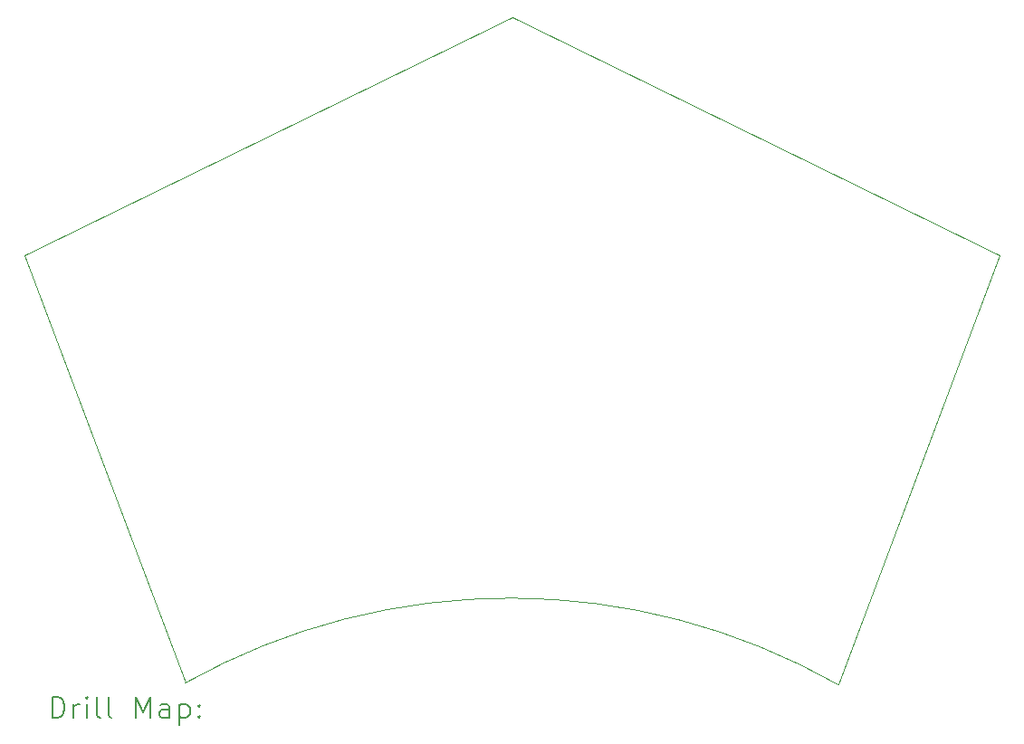
<source format=gbr>
%TF.GenerationSoftware,KiCad,Pcbnew,9.0.2*%
%TF.CreationDate,2025-07-01T12:20:16+05:30*%
%TF.ProjectId,solder,736f6c64-6572-42e6-9b69-6361645f7063,rev?*%
%TF.SameCoordinates,Original*%
%TF.FileFunction,Drillmap*%
%TF.FilePolarity,Positive*%
%FSLAX45Y45*%
G04 Gerber Fmt 4.5, Leading zero omitted, Abs format (unit mm)*
G04 Created by KiCad (PCBNEW 9.0.2) date 2025-07-01 12:20:16*
%MOMM*%
%LPD*%
G01*
G04 APERTURE LIST*
%ADD10C,0.050000*%
%ADD11C,0.200000*%
G04 APERTURE END LIST*
D10*
X6004000Y-13004000D02*
G75*
G02*
X12105332Y-13019411I3037000J-5418000D01*
G01*
X9060000Y-6780000D02*
X13620000Y-9000000D01*
X13620000Y-9000000D02*
X12105332Y-13019411D01*
X4500000Y-9000000D02*
X6004000Y-13004000D01*
X9060000Y-6780000D02*
X4500000Y-9000000D01*
D11*
X4758277Y-13333395D02*
X4758277Y-13133395D01*
X4758277Y-13133395D02*
X4805896Y-13133395D01*
X4805896Y-13133395D02*
X4834467Y-13142919D01*
X4834467Y-13142919D02*
X4853515Y-13161967D01*
X4853515Y-13161967D02*
X4863039Y-13181014D01*
X4863039Y-13181014D02*
X4872563Y-13219109D01*
X4872563Y-13219109D02*
X4872563Y-13247681D01*
X4872563Y-13247681D02*
X4863039Y-13285776D01*
X4863039Y-13285776D02*
X4853515Y-13304824D01*
X4853515Y-13304824D02*
X4834467Y-13323871D01*
X4834467Y-13323871D02*
X4805896Y-13333395D01*
X4805896Y-13333395D02*
X4758277Y-13333395D01*
X4958277Y-13333395D02*
X4958277Y-13200062D01*
X4958277Y-13238157D02*
X4967801Y-13219109D01*
X4967801Y-13219109D02*
X4977324Y-13209586D01*
X4977324Y-13209586D02*
X4996372Y-13200062D01*
X4996372Y-13200062D02*
X5015420Y-13200062D01*
X5082086Y-13333395D02*
X5082086Y-13200062D01*
X5082086Y-13133395D02*
X5072563Y-13142919D01*
X5072563Y-13142919D02*
X5082086Y-13152443D01*
X5082086Y-13152443D02*
X5091610Y-13142919D01*
X5091610Y-13142919D02*
X5082086Y-13133395D01*
X5082086Y-13133395D02*
X5082086Y-13152443D01*
X5205896Y-13333395D02*
X5186848Y-13323871D01*
X5186848Y-13323871D02*
X5177324Y-13304824D01*
X5177324Y-13304824D02*
X5177324Y-13133395D01*
X5310658Y-13333395D02*
X5291610Y-13323871D01*
X5291610Y-13323871D02*
X5282086Y-13304824D01*
X5282086Y-13304824D02*
X5282086Y-13133395D01*
X5539229Y-13333395D02*
X5539229Y-13133395D01*
X5539229Y-13133395D02*
X5605896Y-13276252D01*
X5605896Y-13276252D02*
X5672562Y-13133395D01*
X5672562Y-13133395D02*
X5672562Y-13333395D01*
X5853515Y-13333395D02*
X5853515Y-13228633D01*
X5853515Y-13228633D02*
X5843991Y-13209586D01*
X5843991Y-13209586D02*
X5824943Y-13200062D01*
X5824943Y-13200062D02*
X5786848Y-13200062D01*
X5786848Y-13200062D02*
X5767801Y-13209586D01*
X5853515Y-13323871D02*
X5834467Y-13333395D01*
X5834467Y-13333395D02*
X5786848Y-13333395D01*
X5786848Y-13333395D02*
X5767801Y-13323871D01*
X5767801Y-13323871D02*
X5758277Y-13304824D01*
X5758277Y-13304824D02*
X5758277Y-13285776D01*
X5758277Y-13285776D02*
X5767801Y-13266728D01*
X5767801Y-13266728D02*
X5786848Y-13257205D01*
X5786848Y-13257205D02*
X5834467Y-13257205D01*
X5834467Y-13257205D02*
X5853515Y-13247681D01*
X5948753Y-13200062D02*
X5948753Y-13400062D01*
X5948753Y-13209586D02*
X5967801Y-13200062D01*
X5967801Y-13200062D02*
X6005896Y-13200062D01*
X6005896Y-13200062D02*
X6024943Y-13209586D01*
X6024943Y-13209586D02*
X6034467Y-13219109D01*
X6034467Y-13219109D02*
X6043991Y-13238157D01*
X6043991Y-13238157D02*
X6043991Y-13295300D01*
X6043991Y-13295300D02*
X6034467Y-13314347D01*
X6034467Y-13314347D02*
X6024943Y-13323871D01*
X6024943Y-13323871D02*
X6005896Y-13333395D01*
X6005896Y-13333395D02*
X5967801Y-13333395D01*
X5967801Y-13333395D02*
X5948753Y-13323871D01*
X6129705Y-13314347D02*
X6139229Y-13323871D01*
X6139229Y-13323871D02*
X6129705Y-13333395D01*
X6129705Y-13333395D02*
X6120182Y-13323871D01*
X6120182Y-13323871D02*
X6129705Y-13314347D01*
X6129705Y-13314347D02*
X6129705Y-13333395D01*
X6129705Y-13209586D02*
X6139229Y-13219109D01*
X6139229Y-13219109D02*
X6129705Y-13228633D01*
X6129705Y-13228633D02*
X6120182Y-13219109D01*
X6120182Y-13219109D02*
X6129705Y-13209586D01*
X6129705Y-13209586D02*
X6129705Y-13228633D01*
M02*

</source>
